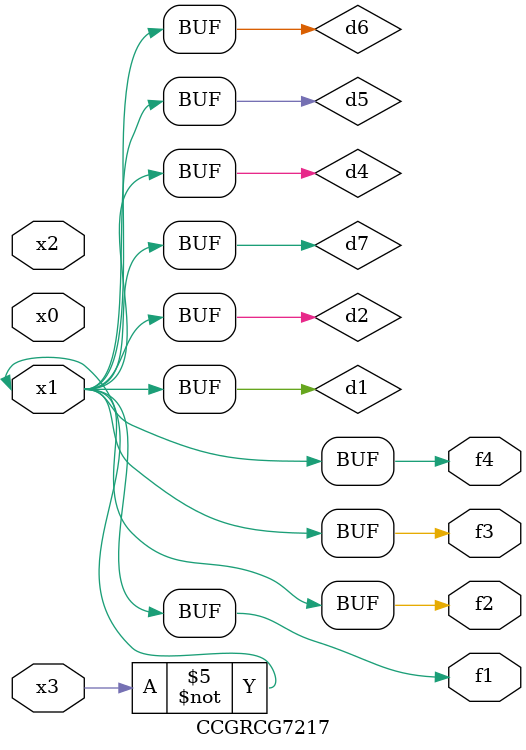
<source format=v>
module CCGRCG7217(
	input x0, x1, x2, x3,
	output f1, f2, f3, f4
);

	wire d1, d2, d3, d4, d5, d6, d7;

	not (d1, x3);
	buf (d2, x1);
	xnor (d3, d1, d2);
	nor (d4, d1);
	buf (d5, d1, d2);
	buf (d6, d4, d5);
	nand (d7, d4);
	assign f1 = d6;
	assign f2 = d7;
	assign f3 = d6;
	assign f4 = d6;
endmodule

</source>
